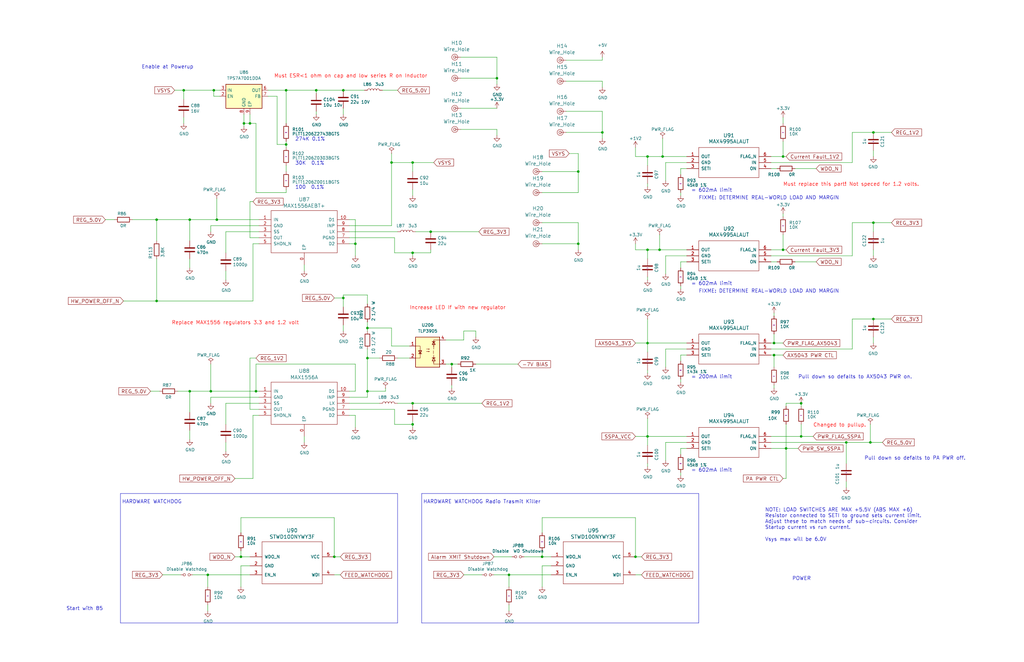
<source format=kicad_sch>
(kicad_sch (version 20230121) (generator eeschema)
  (paper "USLedger")
  (title_block (title "Radiation Tolerant PacSat Communication") (date "2023-06-17") (rev "A") (company "AMSAT-NA") (comment 1 "N5BRG"))
  (junction (at 181.61 97.79))
  (junction (at 228.6 234.95))
  (junction (at 101.6 234.95))
  (junction (at 140.97 234.95))
  (junction (at 326.39 144.78))
  (junction (at 254 55.88))
  (junction (at 279.4 66.04))
  (junction (at 173.99 106.68))
  (junction (at 77.47 38.1))
  (junction (at 278.13 105.41))
  (junction (at 66.04 127))
  (junction (at 80.01 165.1))
  (junction (at 267.97 234.95))
  (junction (at 273.05 184.15))
  (junction (at 154.94 151.13))
  (junction (at 144.78 38.1))
  (junction (at 368.3 134.62))
  (junction (at 88.9 165.1))
  (junction (at 243.84 72.39))
  (junction (at 337.82 170.18))
  (junction (at 120.65 60.96))
  (junction (at 102.87 52.07))
  (junction (at 90.17 38.1))
  (junction (at 144.78 125.73))
  (junction (at 149.86 102.87))
  (junction (at 154.94 138.43))
  (junction (at 330.2 105.41))
  (junction (at 214.63 242.57))
  (junction (at 105.41 52.07))
  (junction (at 154.94 165.1))
  (junction (at 165.1 68.58))
  (junction (at 173.99 179.07))
  (junction (at 337.82 184.15))
  (junction (at 356.87 186.69))
  (junction (at 133.35 38.1))
  (junction (at 120.65 38.1))
  (junction (at 330.2 66.04))
  (junction (at 87.63 242.57))
  (junction (at 80.01 92.71))
  (junction (at 368.3 55.88))
  (junction (at 107.95 165.1))
  (junction (at 91.44 92.71))
  (junction (at 173.99 170.18))
  (junction (at 243.84 102.87))
  (junction (at 173.99 68.58))
  (junction (at 273.05 105.41))
  (junction (at 326.39 149.86))
  (junction (at 209.55 33.02))
  (junction (at 66.04 92.71))
  (junction (at 273.05 66.04))
  (junction (at 331.47 189.23))
  (junction (at 367.03 186.69))
  (junction (at 368.3 93.98))
  (junction (at 273.05 144.78))
  (junction (at 190.5 153.67))
  (wire (pts (xy 287.02 81.28) (xy 287.02 82.55)))
  (wire (pts (xy 273.05 176.53) (xy 273.05 184.15)))
  (wire (pts (xy 147.32 172.72) (xy 166.37 172.72)))
  (wire (pts (xy 220.98 234.95) (xy 228.6 234.95)))
  (wire (pts (xy 194.31 54.61) (xy 209.55 54.61)))
  (wire (pts (xy 330.2 66.04) (xy 331.47 66.04)))
  (wire (pts (xy 273.05 156.21) (xy 273.05 157.48)))
  (wire (pts (xy 195.58 143.51) (xy 195.58 139.7)))
  (wire (pts (xy 243.84 64.77) (xy 240.03 64.77)))
  (polyline (pts (xy 50.8 208.28) (xy 167.64 208.28)))
  (wire (pts (xy 107.95 81.28) (xy 120.65 81.28)))
  (wire (pts (xy 95.25 97.79) (xy 95.25 106.68)))
  (wire (pts (xy 200.66 139.7) (xy 200.66 142.24)))
  (wire (pts (xy 359.41 107.95) (xy 359.41 93.98)))
  (wire (pts (xy 120.65 60.96) (xy 120.65 62.23)))
  (wire (pts (xy 359.41 68.58) (xy 359.41 55.88)))
  (wire (pts (xy 166.37 172.72) (xy 166.37 179.07)))
  (wire (pts (xy 66.04 109.22) (xy 66.04 127)))
  (polyline (pts (xy 167.64 262.89) (xy 50.8 262.89)))
  (wire (pts (xy 190.5 153.67) (xy 193.04 153.67)))
  (wire (pts (xy 105.41 100.33) (xy 109.22 100.33)))
  (wire (pts (xy 359.41 134.62) (xy 359.41 147.32)))
  (wire (pts (xy 273.05 184.15) (xy 289.56 184.15)))
  (wire (pts (xy 330.2 49.53) (xy 330.2 52.07)))
  (wire (pts (xy 368.3 93.98) (xy 375.92 93.98)))
  (wire (pts (xy 190.5 153.67) (xy 190.5 154.94)))
  (wire (pts (xy 95.25 114.3) (xy 95.25 118.11)))
  (polyline (pts (xy 294.64 262.89) (xy 177.8 262.89)))
  (wire (pts (xy 172.72 146.05) (xy 165.1 146.05)))
  (wire (pts (xy 144.78 38.1) (xy 153.67 38.1)))
  (wire (pts (xy 330.2 201.93) (xy 331.47 201.93)))
  (wire (pts (xy 77.47 49.53) (xy 77.47 52.07)))
  (wire (pts (xy 228.6 234.95) (xy 232.41 234.95)))
  (wire (pts (xy 144.78 124.46) (xy 144.78 125.73)))
  (wire (pts (xy 337.82 170.18) (xy 337.82 171.45)))
  (wire (pts (xy 116.84 60.96) (xy 120.65 60.96)))
  (wire (pts (xy 287.02 152.4) (xy 287.02 149.86)))
  (wire (pts (xy 81.28 242.57) (xy 87.63 242.57)))
  (wire (pts (xy 116.84 40.64) (xy 116.84 60.96)))
  (wire (pts (xy 147.32 165.1) (xy 149.86 165.1)))
  (wire (pts (xy 331.47 179.07) (xy 331.47 189.23)))
  (wire (pts (xy 99.06 234.95) (xy 101.6 234.95)))
  (wire (pts (xy 279.4 66.04) (xy 289.56 66.04)))
  (wire (pts (xy 105.41 238.76) (xy 101.6 238.76)))
  (wire (pts (xy 335.28 71.12) (xy 344.17 71.12)))
  (wire (pts (xy 120.65 69.85) (xy 120.65 72.39)))
  (wire (pts (xy 101.6 234.95) (xy 105.41 234.95)))
  (wire (pts (xy 181.61 106.68) (xy 173.99 106.68)))
  (wire (pts (xy 109.22 97.79) (xy 95.25 97.79)))
  (wire (pts (xy 209.55 54.61) (xy 209.55 57.15)))
  (wire (pts (xy 368.3 66.04) (xy 368.3 63.5)))
  (wire (pts (xy 140.97 234.95) (xy 143.51 234.95)))
  (wire (pts (xy 44.45 92.71) (xy 48.26 92.71)))
  (wire (pts (xy 109.22 175.26) (xy 106.68 175.26)))
  (wire (pts (xy 368.3 105.41) (xy 368.3 107.95)))
  (wire (pts (xy 273.05 109.22) (xy 273.05 105.41)))
  (wire (pts (xy 254 46.99) (xy 254 55.88)))
  (wire (pts (xy 90.17 40.64) (xy 92.71 40.64)))
  (wire (pts (xy 356.87 186.69) (xy 367.03 186.69)))
  (wire (pts (xy 325.12 66.04) (xy 330.2 66.04)))
  (wire (pts (xy 337.82 184.15) (xy 342.9 184.15)))
  (wire (pts (xy 287.02 191.77) (xy 287.02 189.23)))
  (wire (pts (xy 106.68 201.93) (xy 106.68 175.26)))
  (wire (pts (xy 105.41 48.26) (xy 105.41 52.07)))
  (wire (pts (xy 167.64 151.13) (xy 172.72 151.13)))
  (wire (pts (xy 173.99 80.01) (xy 173.99 82.55)))
  (wire (pts (xy 267.97 62.23) (xy 267.97 66.04)))
  (wire (pts (xy 181.61 105.41) (xy 181.61 106.68)))
  (wire (pts (xy 113.03 40.64) (xy 116.84 40.64)))
  (wire (pts (xy 368.3 55.88) (xy 375.92 55.88)))
  (wire (pts (xy 120.65 59.69) (xy 120.65 60.96)))
  (wire (pts (xy 102.87 52.07) (xy 102.87 53.34)))
  (wire (pts (xy 190.5 162.56) (xy 190.5 163.83)))
  (wire (pts (xy 182.88 68.58) (xy 173.99 68.58)))
  (wire (pts (xy 154.94 138.43) (xy 154.94 139.7)))
  (wire (pts (xy 326.39 144.78) (xy 325.12 144.78)))
  (wire (pts (xy 273.05 148.59) (xy 273.05 144.78)))
  (wire (pts (xy 107.95 81.28) (xy 107.95 52.07)))
  (wire (pts (xy 278.13 105.41) (xy 289.56 105.41)))
  (wire (pts (xy 109.22 167.64) (xy 88.9 167.64)))
  (wire (pts (xy 273.05 134.62) (xy 273.05 144.78)))
  (wire (pts (xy 77.47 38.1) (xy 90.17 38.1)))
  (wire (pts (xy 149.86 102.87) (xy 149.86 107.95)))
  (wire (pts (xy 208.28 242.57) (xy 214.63 242.57)))
  (wire (pts (xy 144.78 124.46) (xy 154.94 124.46)))
  (wire (pts (xy 133.35 46.99) (xy 133.35 48.26)))
  (wire (pts (xy 287.02 199.39) (xy 287.02 200.66)))
  (wire (pts (xy 200.66 153.67) (xy 218.44 153.67)))
  (wire (pts (xy 273.05 69.85) (xy 273.05 66.04)))
  (wire (pts (xy 77.47 41.91) (xy 77.47 38.1)))
  (wire (pts (xy 331.47 170.18) (xy 331.47 171.45)))
  (wire (pts (xy 243.84 102.87) (xy 243.84 105.41)))
  (wire (pts (xy 326.39 132.08) (xy 326.39 133.35)))
  (wire (pts (xy 101.6 218.44) (xy 140.97 218.44)))
  (wire (pts (xy 368.3 134.62) (xy 375.92 134.62)))
  (polyline (pts (xy 177.8 208.28) (xy 294.64 208.28)))
  (wire (pts (xy 330.2 66.04) (xy 330.2 59.69)))
  (wire (pts (xy 95.25 186.69) (xy 95.25 190.5)))
  (wire (pts (xy 325.12 184.15) (xy 337.82 184.15)))
  (wire (pts (xy 173.99 72.39) (xy 173.99 68.58)))
  (wire (pts (xy 273.05 195.58) (xy 273.05 196.85)))
  (wire (pts (xy 149.86 92.71) (xy 149.86 102.87)))
  (wire (pts (xy 80.01 165.1) (xy 88.9 165.1)))
  (wire (pts (xy 187.96 143.51) (xy 195.58 143.51)))
  (wire (pts (xy 326.39 149.86) (xy 326.39 154.94)))
  (wire (pts (xy 173.99 179.07) (xy 173.99 180.34)))
  (wire (pts (xy 106.68 102.87) (xy 109.22 102.87)))
  (wire (pts (xy 356.87 195.58) (xy 356.87 186.69)))
  (wire (pts (xy 66.04 92.71) (xy 66.04 101.6)))
  (wire (pts (xy 273.05 144.78) (xy 289.56 144.78)))
  (wire (pts (xy 80.01 92.71) (xy 80.01 101.6)))
  (wire (pts (xy 287.02 160.02) (xy 287.02 161.29)))
  (wire (pts (xy 144.78 137.16) (xy 144.78 139.7)))
  (wire (pts (xy 287.02 73.66) (xy 287.02 71.12)))
  (wire (pts (xy 165.1 95.25) (xy 165.1 68.58)))
  (wire (pts (xy 95.25 170.18) (xy 95.25 179.07)))
  (wire (pts (xy 162.56 163.83) (xy 162.56 165.1)))
  (wire (pts (xy 161.29 38.1) (xy 167.64 38.1)))
  (wire (pts (xy 154.94 151.13) (xy 160.02 151.13)))
  (wire (pts (xy 133.35 39.37) (xy 133.35 38.1)))
  (wire (pts (xy 76.2 242.57) (xy 68.58 242.57)))
  (wire (pts (xy 88.9 165.1) (xy 107.95 165.1)))
  (wire (pts (xy 326.39 162.56) (xy 326.39 163.83)))
  (wire (pts (xy 147.32 102.87) (xy 149.86 102.87)))
  (wire (pts (xy 87.63 255.27) (xy 87.63 257.81)))
  (wire (pts (xy 267.97 66.04) (xy 273.05 66.04)))
  (wire (pts (xy 209.55 24.13) (xy 209.55 33.02)))
  (wire (pts (xy 267.97 218.44) (xy 267.97 234.95)))
  (wire (pts (xy 105.41 151.13) (xy 107.95 151.13)))
  (wire (pts (xy 331.47 189.23) (xy 336.55 189.23)))
  (wire (pts (xy 187.96 153.67) (xy 190.5 153.67)))
  (wire (pts (xy 287.02 110.49) (xy 289.56 110.49)))
  (wire (pts (xy 133.35 38.1) (xy 144.78 38.1)))
  (wire (pts (xy 105.41 52.07) (xy 107.95 52.07)))
  (wire (pts (xy 120.65 80.01) (xy 120.65 81.28)))
  (wire (pts (xy 368.3 144.78) (xy 368.3 142.24)))
  (wire (pts (xy 154.94 151.13) (xy 154.94 165.1)))
  (wire (pts (xy 102.87 48.26) (xy 102.87 52.07)))
  (wire (pts (xy 167.64 170.18) (xy 173.99 170.18)))
  (wire (pts (xy 113.03 38.1) (xy 120.65 38.1)))
  (wire (pts (xy 165.1 138.43) (xy 154.94 138.43)))
  (wire (pts (xy 330.2 105.41) (xy 331.47 105.41)))
  (wire (pts (xy 107.95 153.67) (xy 107.95 165.1)))
  (wire (pts (xy 144.78 45.72) (xy 144.78 48.26)))
  (wire (pts (xy 289.56 68.58) (xy 280.67 68.58)))
  (wire (pts (xy 273.05 105.41) (xy 278.13 105.41)))
  (wire (pts (xy 128.27 184.15) (xy 128.27 186.69)))
  (wire (pts (xy 173.99 177.8) (xy 173.99 179.07)))
  (wire (pts (xy 106.68 127) (xy 106.68 102.87)))
  (wire (pts (xy 267.97 184.15) (xy 273.05 184.15)))
  (wire (pts (xy 149.86 175.26) (xy 149.86 180.34)))
  (wire (pts (xy 238.76 55.88) (xy 254 55.88)))
  (wire (pts (xy 228.6 238.76) (xy 228.6 247.65)))
  (wire (pts (xy 80.01 109.22) (xy 80.01 113.03)))
  (wire (pts (xy 74.93 165.1) (xy 80.01 165.1)))
  (wire (pts (xy 287.02 71.12) (xy 289.56 71.12)))
  (wire (pts (xy 175.26 97.79) (xy 181.61 97.79)))
  (wire (pts (xy 209.55 33.02) (xy 209.55 35.56)))
  (wire (pts (xy 359.41 93.98) (xy 368.3 93.98)))
  (wire (pts (xy 88.9 95.25) (xy 88.9 97.79)))
  (wire (pts (xy 254 34.29) (xy 254 36.83)))
  (wire (pts (xy 368.3 93.98) (xy 368.3 97.79)))
  (wire (pts (xy 173.99 106.68) (xy 173.99 107.95)))
  (wire (pts (xy 147.32 97.79) (xy 167.64 97.79)))
  (wire (pts (xy 238.76 25.4) (xy 254 25.4)))
  (wire (pts (xy 287.02 120.65) (xy 287.02 121.92)))
  (wire (pts (xy 273.05 66.04) (xy 279.4 66.04)))
  (wire (pts (xy 228.6 224.79) (xy 228.6 218.44)))
  (wire (pts (xy 367.03 186.69) (xy 372.11 186.69)))
  (wire (pts (xy 254 55.88) (xy 254 58.42)))
  (wire (pts (xy 287.02 189.23) (xy 289.56 189.23)))
  (wire (pts (xy 330.2 105.41) (xy 330.2 99.06)))
  (wire (pts (xy 243.84 72.39) (xy 243.84 81.28)))
  (wire (pts (xy 267.97 234.95) (xy 270.51 234.95)))
  (polyline (pts (xy 50.8 262.89) (xy 50.8 208.28)))
  (wire (pts (xy 243.84 93.98) (xy 243.84 102.87)))
  (wire (pts (xy 228.6 93.98) (xy 243.84 93.98)))
  (wire (pts (xy 90.17 38.1) (xy 90.17 40.64)))
  (wire (pts (xy 359.41 147.32) (xy 325.12 147.32)))
  (wire (pts (xy 87.63 242.57) (xy 87.63 247.65)))
  (wire (pts (xy 105.41 85.09) (xy 106.68 85.09)))
  (wire (pts (xy 273.05 187.96) (xy 273.05 184.15)))
  (wire (pts (xy 109.22 170.18) (xy 95.25 170.18)))
  (wire (pts (xy 166.37 106.68) (xy 173.99 106.68)))
  (wire (pts (xy 214.63 255.27) (xy 214.63 257.81)))
  (wire (pts (xy 80.01 92.71) (xy 91.44 92.71)))
  (wire (pts (xy 228.6 102.87) (xy 243.84 102.87)))
  (wire (pts (xy 140.97 242.57) (xy 143.51 242.57)))
  (wire (pts (xy 325.12 149.86) (xy 326.39 149.86)))
  (wire (pts (xy 194.31 45.72) (xy 209.55 45.72)))
  (wire (pts (xy 238.76 46.99) (xy 254 46.99)))
  (wire (pts (xy 91.44 92.71) (xy 109.22 92.71)))
  (wire (pts (xy 325.12 71.12) (xy 327.66 71.12)))
  (wire (pts (xy 105.41 85.09) (xy 105.41 100.33)))
  (wire (pts (xy 147.32 95.25) (xy 165.1 95.25)))
  (wire (pts (xy 154.94 147.32) (xy 154.94 151.13)))
  (wire (pts (xy 335.28 110.49) (xy 344.17 110.49)))
  (wire (pts (xy 267.97 144.78) (xy 273.05 144.78)))
  (wire (pts (xy 147.32 170.18) (xy 160.02 170.18)))
  (wire (pts (xy 267.97 105.41) (xy 273.05 105.41)))
  (wire (pts (xy 367.03 179.07) (xy 367.03 186.69)))
  (wire (pts (xy 88.9 153.67) (xy 88.9 165.1)))
  (wire (pts (xy 214.63 242.57) (xy 232.41 242.57)))
  (wire (pts (xy 66.04 92.71) (xy 80.01 92.71)))
  (wire (pts (xy 325.12 105.41) (xy 330.2 105.41)))
  (wire (pts (xy 166.37 100.33) (xy 166.37 106.68)))
  (wire (pts (xy 120.65 38.1) (xy 120.65 52.07)))
  (wire (pts (xy 273.05 77.47) (xy 273.05 78.74)))
  (wire (pts (xy 88.9 167.64) (xy 88.9 170.18)))
  (wire (pts (xy 330.2 90.17) (xy 330.2 91.44)))
  (wire (pts (xy 109.22 95.25) (xy 88.9 95.25)))
  (wire (pts (xy 280.67 147.32) (xy 280.67 154.94)))
  (wire (pts (xy 331.47 189.23) (xy 331.47 201.93)))
  (wire (pts (xy 289.56 107.95) (xy 280.67 107.95)))
  (wire (pts (xy 267.97 102.87) (xy 267.97 105.41)))
  (wire (pts (xy 228.6 81.28) (xy 243.84 81.28)))
  (wire (pts (xy 165.1 68.58) (xy 173.99 68.58)))
  (wire (pts (xy 330.2 149.86) (xy 326.39 149.86)))
  (wire (pts (xy 154.94 165.1) (xy 154.94 167.64)))
  (wire (pts (xy 359.41 134.62) (xy 368.3 134.62)))
  (wire (pts (xy 105.41 172.72) (xy 105.41 151.13)))
  (wire (pts (xy 90.17 38.1) (xy 92.71 38.1)))
  (wire (pts (xy 325.12 110.49) (xy 327.66 110.49)))
  (polyline (pts (xy 167.64 208.28) (xy 167.64 262.89)))
  (wire (pts (xy 254 24.13) (xy 254 25.4)))
  (wire (pts (xy 289.56 186.69) (xy 280.67 186.69)))
  (wire (pts (xy 273.05 116.84) (xy 273.05 118.11)))
  (wire (pts (xy 287.02 149.86) (xy 289.56 149.86)))
  (wire (pts (xy 232.41 238.76) (xy 228.6 238.76)))
  (wire (pts (xy 52.07 127) (xy 66.04 127)))
  (wire (pts (xy 154.94 135.89) (xy 154.94 138.43)))
  (wire (pts (xy 101.6 232.41) (xy 101.6 234.95)))
  (wire (pts (xy 326.39 140.97) (xy 326.39 144.78)))
  (wire (pts (xy 87.63 242.57) (xy 105.41 242.57)))
  (wire (pts (xy 194.31 24.13) (xy 209.55 24.13)))
  (wire (pts (xy 337.82 170.18) (xy 331.47 170.18)))
  (wire (pts (xy 147.32 92.71) (xy 149.86 92.71)))
  (wire (pts (xy 120.65 38.1) (xy 133.35 38.1)))
  (wire (pts (xy 109.22 172.72) (xy 105.41 172.72)))
  (polyline (pts (xy 177.8 262.89) (xy 177.8 208.28)))
  (wire (pts (xy 195.58 139.7) (xy 200.66 139.7)))
  (wire (pts (xy 325.12 186.69) (xy 356.87 186.69)))
  (wire (pts (xy 359.41 55.88) (xy 368.3 55.88)))
  (wire (pts (xy 166.37 179.07) (xy 173.99 179.07)))
  (wire (pts (xy 165.1 146.05) (xy 165.1 138.43)))
  (wire (pts (xy 289.56 147.32) (xy 280.67 147.32)))
  (wire (pts (xy 243.84 64.77) (xy 243.84 72.39)))
  (wire (pts (xy 101.6 224.79) (xy 101.6 218.44)))
  (wire (pts (xy 214.63 242.57) (xy 214.63 247.65)))
  (wire (pts (xy 356.87 205.74) (xy 356.87 203.2)))
  (wire (pts (xy 325.12 107.95) (xy 359.41 107.95)))
  (wire (pts (xy 144.78 125.73) (xy 140.97 125.73)))
  (wire (pts (xy 267.97 242.57) (xy 270.51 242.57)))
  (wire (pts (xy 66.04 127) (xy 106.68 127)))
  (wire (pts (xy 173.99 170.18) (xy 203.2 170.18)))
  (wire (pts (xy 147.32 167.64) (xy 154.94 167.64)))
  (wire (pts (xy 102.87 52.07) (xy 105.41 52.07)))
  (wire (pts (xy 330.2 144.78) (xy 326.39 144.78)))
  (wire (pts (xy 287.02 113.03) (xy 287.02 110.49)))
  (wire (pts (xy 154.94 124.46) (xy 154.94 128.27)))
  (wire (pts (xy 325.12 189.23) (xy 331.47 189.23)))
  (wire (pts (xy 337.82 179.07) (xy 337.82 184.15)))
  (wire (pts (xy 80.01 165.1) (xy 80.01 173.99)))
  (wire (pts (xy 165.1 64.77) (xy 165.1 68.58)))
  (wire (pts (xy 147.32 175.26) (xy 149.86 175.26)))
  (wire (pts (xy 228.6 218.44) (xy 267.97 218.44)))
  (wire (pts (xy 149.86 153.67) (xy 107.95 153.67)))
  (wire (pts (xy 128.27 111.76) (xy 128.27 114.3)))
  (wire (pts (xy 278.13 99.06) (xy 278.13 105.41)))
  (wire (pts (xy 144.78 129.54) (xy 144.78 125.73)))
  (wire (pts (xy 280.67 186.69) (xy 280.67 194.31)))
  (wire (pts (xy 280.67 68.58) (xy 280.67 76.2)))
  (wire (pts (xy 228.6 232.41) (xy 228.6 234.95)))
  (wire (pts (xy 55.88 92.71) (xy 66.04 92.71)))
  (wire (pts (xy 149.86 165.1) (xy 149.86 153.67)))
  (wire (pts (xy 91.44 83.82) (xy 91.44 92.71)))
  (wire (pts (xy 101.6 238.76) (xy 101.6 247.65)))
  (wire (pts (xy 279.4 58.42) (xy 279.4 66.04)))
  (wire (pts (xy 325.12 68.58) (xy 359.41 68.58)))
  (wire (pts (xy 147.32 100.33) (xy 166.37 100.33)))
  (wire (pts (xy 77.47 38.1) (xy 73.66 38.1)))
  (wire (pts (xy 228.6 72.39) (xy 243.84 72.39)))
  (wire (pts (xy 63.5 165.1) (xy 67.31 165.1)))
  (wire (pts (xy 194.31 33.02) (xy 209.55 33.02)))
  (wire (pts (xy 107.95 165.1) (xy 109.22 165.1)))
  (wire (pts (xy 208.28 234.95) (xy 215.9 234.95)))
  (wire (pts (xy 181.61 97.79) (xy 201.93 97.79)))
  (polyline (pts (xy 294.64 208.28) (xy 294.64 262.89)))
  (wire (pts (xy 140.97 218.44) (xy 140.97 234.95)))
  (wire (pts (xy 80.01 181.61) (xy 80.01 185.42)))
  (wire (pts (xy 154.94 165.1) (xy 162.56 165.1)))
  (wire (pts (xy 99.06 201.93) (xy 106.68 201.93)))
  (wire (pts (xy 280.67 107.95) (xy 280.67 115.57)))
  (wire (pts (xy 238.76 34.29) (xy 254 34.29)))
  (wire (pts (xy 203.2 242.57) (xy 195.58 242.57)))
  (text "Replace MAX1556 regulators 3.3 and 1.2 volt\n" (at 72.39 137.16 0) (effects (font (size 1.524 1.524)) (justify left bottom)))
  (text "Increase LED If with new regulator" (at 172.72 130.81 0) (effects (font (size 1.524 1.524)) (justify left bottom)))
  (text "= 200mA limit" (at 291.465 160.02 0) (effects (font (size 1.524 1.524)) (justify left bottom)))
  (text "FIXME: DETERMINE REAL-WORLD LOAD AND MARGIN" (at 294.64 84.455 0) (effects (font (size 1.524 1.524)) (justify left bottom)))
  (text "Must replace this part! Not speced for 1.2 volts." (at 330.2 78.74 0) (effects (font (size 1.524 1.524)) (justify left bottom)))
  (text "Must ESR<1 ohm on cap and low series R on Inductor" (at 115.57 33.02 0) (effects (font (size 1.524 1.524)) (justify left bottom)))
  (text "Start with 85" (at 27.94 257.81 0) (effects (font (size 1.524 1.524)) (justify left bottom)))
  (text "30K  0.1%" (at 124.46 69.85 0) (effects (font (size 1.524 1.524)) (justify left bottom)))
  (text "Changed to pullup." (at 342.9 180.34 0) (effects (font (size 1.524 1.524)) (justify left bottom)))
  (text "274K 0.1%" (at 124.46 59.69 0) (effects (font (size 1.524 1.524)) (justify left bottom)))
  (text "NOTE: LOAD SWITCHES ARE MAX +5.5V (ABS MAX +6)\nResistor connected to SETI to ground sets current limit.\nAdjust these to match needs of sub-circuits. Consider\nStartup current vs run current.\n" (at 322.58 223.52 0) (effects (font (size 1.524 1.524)) (justify left bottom)))
  (text "HARDWARE WATCHDOG" (at 51.435 212.725 0) (effects (font (size 1.524 1.524)) (justify left bottom)))
  (text "100  0.1%" (at 124.46 80.01 0) (effects (font (size 1.524 1.524)) (justify left bottom)))
  (text "FIXME: DETERMINE REAL-WORLD LOAD AND MARGIN" (at 294.64 123.825 0) (effects (font (size 1.524 1.524)) (justify left bottom)))
  (text "Vsys max will be 6.0V" (at 322.58 228.6 0) (effects (font (size 1.524 1.524)) (justify left bottom)))
  (text "HARDWARE WATCHDOG Radio Trasmit Killer" (at 178.435 212.725 0) (effects (font (size 1.524 1.524)) (justify left bottom)))
  (text "= 602mA limit" (at 291.465 120.65 0) (effects (font (size 1.524 1.524)) (justify left bottom)))
  (text "Pull down so defalts to AX5043 PWR on." (at 336.55 160.02 0) (effects (font (size 1.524 1.524)) (justify left bottom)))
  (text "Enable at Powerup" (at 59.69 29.21 0) (effects (font (size 1.524 1.524)) (justify left bottom)))
  (text "Pull down so defalts to PA PWR off." (at 364.49 194.31 0) (effects (font (size 1.524 1.524)) (justify left bottom)))
  (text "= 602mA limit" (at 291.465 81.28 0) (effects (font (size 1.524 1.524)) (justify left bottom)))
  (text "POWER" (at 334.01 245.11 0) (effects (font (size 1.524 1.524)) (justify left bottom)))
  (text "= 602mA limit" (at 291.465 199.39 0) (effects (font (size 1.524 1.524)) (justify left bottom)))
  (global_label "HW_POWER_OFF_N" (shape input) (at 99.06 201.93 180) (effects (font (size 1.524 1.524))) (property "Intersheetrefs" "${INTERSHEET_REFS}" (effects hide)))
  (global_label "HW_POWER_OFF_N" (shape input) (at 52.07 127 180) (effects (font (size 1.524 1.524))) (property "Intersheetrefs" "${INTERSHEET_REFS}" (effects hide)))
  (global_label "PWR_FLAG_AX5043" (shape input) (at 330.2 144.78 0) (effects (font (size 1.524 1.524))) (property "Intersheetrefs" "${INTERSHEET_REFS}" (effects hide)))
  (global_label "-7V BIAS" (shape input) (at 218.44 153.67 0) (effects (font (size 1.524 1.524))) (property "Intersheetrefs" "${INTERSHEET_REFS}" (effects hide)))
  (global_label "VSYS" (shape input) (at 182.88 68.58 0) (effects (font (size 1.524 1.524))) (property "Intersheetrefs" "${INTERSHEET_REFS}" (effects hide)))
  (global_label "WDO_N" (shape input) (at 344.17 110.49 0) (effects (font (size 1.524 1.524))) (property "Intersheetrefs" "${INTERSHEET_REFS}" (effects hide)))
  (global_label "REG_5.0V" (shape input) (at 63.5 165.1 180) (effects (font (size 1.524 1.524))) (property "Intersheetrefs" "${INTERSHEET_REFS}" (effects hide)))
  (global_label "WDO_N" (shape input) (at 99.06 234.95 180) (effects (font (size 1.524 1.524))) (property "Intersheetrefs" "${INTERSHEET_REFS}" (effects hide)))
  (global_label "REG_3V3" (shape input) (at 270.51 234.95 0) (effects (font (size 1.524 1.524))) (property "Intersheetrefs" "${INTERSHEET_REFS}" (effects hide)))
  (global_label "REG_3V3" (shape input) (at 68.58 242.57 180) (effects (font (size 1.524 1.524))) (property "Intersheetrefs" "${INTERSHEET_REFS}" (effects hide)))
  (global_label "PWR_SW_SSPA" (shape input) (at 336.55 189.23 0) (effects (font (size 1.524 1.524))) (property "Intersheetrefs" "${INTERSHEET_REFS}" (effects hide)))
  (global_label "REG_1V2" (shape input) (at 107.95 151.13 0) (effects (font (size 1.524 1.524))) (property "Intersheetrefs" "${INTERSHEET_REFS}" (effects hide)))
  (global_label "REG_3V3" (shape input) (at 201.93 97.79 0) (effects (font (size 1.524 1.524))) (property "Intersheetrefs" "${INTERSHEET_REFS}" (effects hide)))
  (global_label "WDO_N" (shape input) (at 344.17 71.12 0) (effects (font (size 1.524 1.524))) (property "Intersheetrefs" "${INTERSHEET_REFS}" (effects hide)))
  (global_label "REG_1V2" (shape input) (at 203.2 170.18 0) (effects (font (size 1.524 1.524))) (property "Intersheetrefs" "${INTERSHEET_REFS}" (effects hide)))
  (global_label "Current Fault_1V2" (shape input) (at 331.47 66.04 0) (effects (font (size 1.524 1.524))) (property "Intersheetrefs" "${INTERSHEET_REFS}" (effects hide)))
  (global_label "SSPA_VCC" (shape input) (at 267.97 184.15 180) (effects (font (size 1.524 1.524))) (property "Intersheetrefs" "${INTERSHEET_REFS}" (effects hide)))
  (global_label "FEED_WATCHDOG" (shape input) (at 270.51 242.57 0) (effects (font (size 1.524 1.524))) (property "Intersheetrefs" "${INTERSHEET_REFS}" (effects hide)))
  (global_label "REG_3V3" (shape input) (at 143.51 234.95 0) (effects (font (size 1.524 1.524))) (property "Intersheetrefs" "${INTERSHEET_REFS}" (effects hide)))
  (global_label "PWR_FLAG_SSPA" (shape input) (at 342.9 184.15 0) (effects (font (size 1.524 1.524))) (property "Intersheetrefs" "${INTERSHEET_REFS}" (effects hide)))
  (global_label "AX5043_3V3" (shape input) (at 267.97 144.78 180) (effects (font (size 1.524 1.524))) (property "Intersheetrefs" "${INTERSHEET_REFS}" (effects hide)))
  (global_label "REG_3V3" (shape input) (at 106.68 85.09 0) (effects (font (size 1.524 1.524))) (property "Intersheetrefs" "${INTERSHEET_REFS}" (effects hide)))
  (global_label "AX5043 PWR CTL" (shape input) (at 330.2 149.86 0) (effects (font (size 1.524 1.524))) (property "Intersheetrefs" "${INTERSHEET_REFS}" (effects hide)))
  (global_label "VSYS" (shape input) (at 73.66 38.1 180) (effects (font (size 1.524 1.524))) (property "Intersheetrefs" "${INTERSHEET_REFS}" (effects hide)))
  (global_label "Current Fault_3V3" (shape input) (at 331.47 105.41 0) (effects (font (size 1.524 1.524))) (property "Intersheetrefs" "${INTERSHEET_REFS}" (effects hide)))
  (global_label "REG_1V2" (shape input) (at 375.92 55.88 0) (effects (font (size 1.524 1.524))) (property "Intersheetrefs" "${INTERSHEET_REFS}" (effects hide)))
  (global_label "REG_3V3" (shape input) (at 375.92 134.62 0) (effects (font (size 1.524 1.524))) (property "Intersheetrefs" "${INTERSHEET_REFS}" (effects hide)))
  (global_label "REG_3V3" (shape input) (at 195.58 242.57 180) (effects (font (size 1.524 1.524))) (property "Intersheetrefs" "${INTERSHEET_REFS}" (effects hide)))
  (global_label "FEED_WATCHDOG" (shape input) (at 143.51 242.57 0) (effects (font (size 1.524 1.524))) (property "Intersheetrefs" "${INTERSHEET_REFS}" (effects hide)))
  (global_label "REG_5.0V" (shape input) (at 140.97 125.73 180) (effects (font (size 1.524 1.524))) (property "Intersheetrefs" "${INTERSHEET_REFS}" (effects hide)))
  (global_label "REG_3V3" (shape input) (at 375.92 93.98 0) (effects (font (size 1.524 1.524))) (property "Intersheetrefs" "${INTERSHEET_REFS}" (effects hide)))
  (global_label "REG_5.0V" (shape input) (at 44.45 92.71 180) (effects (font (size 1.524 1.524))) (property "Intersheetrefs" "${INTERSHEET_REFS}" (effects hide)))
  (global_label "VSYS" (shape input) (at 240.03 64.77 180) (effects (font (size 1.524 1.524))) (property "Intersheetrefs" "${INTERSHEET_REFS}" (effects hide)))
  (global_label "PA PWR CTL" (shape input) (at 330.2 201.93 180) (effects (font (size 1.524 1.524))) (property "Intersheetrefs" "${INTERSHEET_REFS}" (effects hide)))
  (global_label "Alarm XMIT Shutdown" (shape input) (at 208.28 234.95 180) (effects (font (size 1.524 1.524))) (property "Intersheetrefs" "${INTERSHEET_REFS}" (effects hide)))
  (global_label "REG_5.0V" (shape input) (at 372.11 186.69 0) (effects (font (size 1.524 1.524))) (property "Intersheetrefs" "${INTERSHEET_REFS}" (effects hide)))
  (global_label "REG_5.0V" (shape input) (at 167.64 38.1 0) (effects (font (size 1.524 1.524))) (property "Intersheetrefs" "${INTERSHEET_REFS}" (effects hide)))
  (symbol (lib_id "Device:L") (at 171.45 97.79 90) (unit 1)
    (property "Reference" "L87" (at 168.91 95.25 90))
    (property "Value" "3u3" (at 173.99 95.25 90))
    (property "Footprint" "Inductor_SMD:L_1210_3225Metric_Pad1.42x2.65mm_HandSolder" (effects hide))
  )
  (symbol (lib_id "Device:C") (at 181.61 101.6 0) (unit 1)
    (property "Reference" "C94" (at 184.531 100.4316 0) (effects (justify left)))
    (property "Value" "22u" (at 184.531 102.743 0) (effects (justify left)))
    (property "Footprint" "Capacitor_SMD:C_2220_5650Metric_Pad1.97x5.40mm_HandSolder" (effects hide))
  )
  (symbol (lib_id "Device:C") (at 80.01 105.41 0) (unit 1)
    (property "Reference" "C86" (at 82.931 104.2416 0) (effects (justify left)))
    (property "Value" "470n" (at 82.931 106.553 0) (effects (justify left)))
    (property "Footprint" "Capacitor_SMD:C_0603_1608Metric_Pad1.08x0.95mm_HandSolder" (effects hide))
  )
  (symbol (lib_id "power:GND") (at 80.01 113.03 0) (unit 1)
    (property "Reference" "#PWR088" (effects hide))
    (property "Value" "GND" (at 80.137 117.4242 0))
  )
  (symbol (lib_id "Device:C") (at 173.99 76.2 0) (unit 1)
    (property "Reference" "C92" (at 176.911 75.0316 0) (effects (justify left)))
    (property "Value" "10u" (at 176.911 77.343 0) (effects (justify left)))
    (property "Footprint" "Capacitor_SMD:C_1206_3216Metric_Pad1.33x1.80mm_HandSolder" (effects hide))
  )
  (symbol (lib_id "power:GND") (at 173.99 82.55 0) (unit 1)
    (property "Reference" "#PWR0111" (effects hide))
    (property "Value" "GND" (at 174.117 86.9442 0))
  )
  (symbol (lib_id "power:GND") (at 173.99 107.95 0) (unit 1)
    (property "Reference" "#PWR0115" (effects hide))
    (property "Value" "GND" (at 174.117 112.3442 0))
  )
  (symbol (lib_id "power:GND") (at 280.67 154.94 0) (unit 1)
    (property "Reference" "#PWR0135" (effects hide))
    (property "Value" "GND" (at 280.797 159.3342 0))
  )
  (symbol (lib_id "Device:C") (at 368.3 138.43 0) (mirror y) (unit 1)
    (property "Reference" "C123" (at 372.11 138.43 90))
    (property "Value" "1u" (at 364.49 138.43 90))
    (property "Footprint" "Capacitor_SMD:C_0805_2012Metric_Pad1.18x1.45mm_HandSolder" (effects hide))
    (property "Datasheet" "~" (at 368.3 138.43 0))
  )
  (symbol (lib_id "power:GND") (at 368.3 144.78 0) (mirror y) (unit 1)
    (property "Reference" "#PWR0190" (effects hide))
    (property "Value" "GND" (at 368.173 149.1742 0))
  )
  (symbol (lib_id "power:GND") (at 356.87 205.74 0) (mirror y) (unit 1)
    (property "Reference" "#PWR0187" (effects hide))
    (property "Value" "GND" (at 356.743 210.1342 0))
  )
  (symbol (lib_id "Device:C") (at 356.87 199.39 0) (mirror y) (unit 1)
    (property "Reference" "C101" (at 353.06 201.93 90))
    (property "Value" "1u" (at 353.06 196.85 90))
    (property "Footprint" "Capacitor_SMD:C_0805_2012Metric_Pad1.18x1.45mm_HandSolder" (effects hide))
    (property "Datasheet" "~" (at 356.87 199.39 0))
  )
  (symbol (lib_id "PACSAT_ICs:MAX1556A") (at 128.27 97.79 0) (unit 1)
    (property "Reference" "U87" (at 128.27 84.1502 0) (effects (font (size 1.524 1.524))))
    (property "Value" "MAX1556AEBT+" (at 128.27 86.8426 0) (effects (font (size 1.524 1.524))))
    (property "Footprint" "PacSatDev_maxim:TDFN_T1033_1" (effects hide))
  )
  (symbol (lib_id "Device:R") (at 52.07 92.71 90) (unit 1)
    (property "Reference" "R86" (at 53.34 90.17 90) (effects (justify left)))
    (property "Value" "0R" (at 53.34 95.25 90) (effects (justify left)))
    (property "Footprint" "Resistor_SMD:R_0603_1608Metric_Pad0.98x0.95mm_HandSolder" (effects hide))
  )
  (symbol (lib_id "Device:C") (at 95.25 110.49 0) (unit 1)
    (property "Reference" "C89" (at 98.171 109.3216 0) (effects (justify left)))
    (property "Value" "1000p" (at 98.171 111.633 0) (effects (justify left)))
    (property "Footprint" "Capacitor_SMD:C_0603_1608Metric_Pad1.08x0.95mm_HandSolder" (effects hide))
  )
  (symbol (lib_id "power:GND") (at 95.25 118.11 0) (unit 1)
    (property "Reference" "#PWR098" (effects hide))
    (property "Value" "GND" (at 95.377 122.5042 0))
  )
  (symbol (lib_id "power:GND") (at 88.9 97.79 0) (unit 1)
    (property "Reference" "#PWR096" (effects hide))
    (property "Value" "GND" (at 89.027 102.1842 0))
  )
  (symbol (lib_id "power:GND") (at 128.27 114.3 0) (unit 1)
    (property "Reference" "#PWR0108" (effects hide))
    (property "Value" "GND" (at 128.397 118.6942 0))
  )
  (symbol (lib_id "power:GND") (at 149.86 107.95 0) (unit 1)
    (property "Reference" "#PWR0113" (effects hide))
    (property "Value" "GND" (at 149.987 112.3442 0))
  )
  (symbol (lib_id "Device:L") (at 163.83 170.18 90) (unit 1)
    (property "Reference" "L88" (at 161.29 167.64 90))
    (property "Value" "3u3" (at 166.37 167.64 90))
    (property "Footprint" "Inductor_SMD:L_1210_3225Metric_Pad1.42x2.65mm_HandSolder" (effects hide))
  )
  (symbol (lib_id "Device:C") (at 173.99 173.99 0) (unit 1)
    (property "Reference" "C95" (at 176.911 172.8216 0) (effects (justify left)))
    (property "Value" "22u" (at 176.911 175.133 0) (effects (justify left)))
    (property "Footprint" "Capacitor_SMD:C_2220_5650Metric_Pad1.97x5.40mm_HandSolder" (effects hide))
  )
  (symbol (lib_id "Device:C") (at 80.01 177.8 0) (unit 1)
    (property "Reference" "C87" (at 82.931 176.6316 0) (effects (justify left)))
    (property "Value" "470n" (at 82.931 178.943 0) (effects (justify left)))
    (property "Footprint" "Capacitor_SMD:C_0603_1608Metric_Pad1.08x0.95mm_HandSolder" (effects hide))
  )
  (symbol (lib_id "power:GND") (at 80.01 185.42 0) (unit 1)
    (property "Reference" "#PWR092" (effects hide))
    (property "Value" "GND" (at 80.137 189.8142 0))
  )
  (symbol (lib_id "Device:C") (at 144.78 133.35 0) (unit 1)
    (property "Reference" "C93" (at 147.701 132.1816 0) (effects (justify left)))
    (property "Value" "10u" (at 147.701 134.493 0) (effects (justify left)))
    (property "Footprint" "Capacitor_SMD:C_2220_5650Metric_Pad1.97x5.40mm_HandSolder" (effects hide))
  )
  (symbol (lib_id "power:GND") (at 144.78 139.7 0) (unit 1)
    (property "Reference" "#PWR0112" (effects hide))
    (property "Value" "GND" (at 144.907 144.0942 0))
  )
  (symbol (lib_id "power:GND") (at 173.99 180.34 0) (unit 1)
    (property "Reference" "#PWR0116" (effects hide))
    (property "Value" "GND" (at 174.117 184.7342 0))
  )
  (symbol (lib_id "PACSAT_ICs:MAX1556A") (at 128.27 170.18 0) (unit 1)
    (property "Reference" "U88" (at 128.27 156.5402 0) (effects (font (size 1.524 1.524))))
    (property "Value" "MAX1556A" (at 128.27 159.2326 0) (effects (font (size 1.524 1.524))))
    (property "Footprint" "PacSatDev_maxim:TDFN_T1033_1" (effects hide))
  )
  (symbol (lib_id "Device:R") (at 71.12 165.1 90) (unit 1)
    (property "Reference" "R87" (at 72.39 162.56 90) (effects (justify left)))
    (property "Value" "0R" (at 72.39 167.64 90) (effects (justify left)))
    (property "Footprint" "Resistor_SMD:R_0603_1608Metric_Pad0.98x0.95mm_HandSolder" (effects hide))
  )
  (symbol (lib_id "Device:C") (at 95.25 182.88 0) (unit 1)
    (property "Reference" "C90" (at 98.171 181.7116 0) (effects (justify left)))
    (property "Value" "1000p" (at 98.171 184.023 0) (effects (justify left)))
    (property "Footprint" "Capacitor_SMD:C_0603_1608Metric_Pad1.08x0.95mm_HandSolder" (effects hide))
  )
  (symbol (lib_id "power:GND") (at 95.25 190.5 0) (unit 1)
    (property "Reference" "#PWR099" (effects hide))
    (property "Value" "GND" (at 95.377 194.8942 0))
  )
  (symbol (lib_id "power:GND") (at 88.9 170.18 0) (unit 1)
    (property "Reference" "#PWR097" (effects hide))
    (property "Value" "GND" (at 89.027 174.5742 0))
  )
  (symbol (lib_id "power:GND") (at 128.27 186.69 0) (unit 1)
    (property "Reference" "#PWR0109" (effects hide))
    (property "Value" "GND" (at 128.397 191.0842 0))
  )
  (symbol (lib_id "power:GND") (at 149.86 180.34 0) (unit 1)
    (property "Reference" "#PWR0114" (effects hide))
    (property "Value" "GND" (at 149.987 184.7342 0))
  )
  (symbol (lib_id "Device:R") (at 287.02 156.21 0) (unit 1)
    (property "Reference" "R95" (at 289.56 154.94 0) (effects (justify left)))
    (property "Value" "143k 1%" (at 289.56 156.845 0) (effects (justify left)))
    (property "Footprint" "Resistor_SMD:R_0603_1608Metric_Pad0.98x0.95mm_HandSolder" (effects hide))
    (property "Datasheet" "~" (at 287.02 156.21 0))
  )
  (symbol (lib_id "power:GND") (at 287.02 161.29 0) (unit 1)
    (property "Reference" "#PWR0139" (effects hide))
    (property "Value" "GND" (at 287.147 165.6842 0))
  )
  (symbol (lib_id "power:GND") (at 280.67 194.31 0) (unit 1)
    (property "Reference" "#PWR0136" (effects hide))
    (property "Value" "GND" (at 280.797 198.7042 0))
  )
  (symbol (lib_id "Device:R") (at 287.02 195.58 0) (unit 1)
    (property "Reference" "R96" (at 289.56 194.31 0) (effects (justify left)))
    (property "Value" "45k8 1%" (at 289.56 196.215 0) (effects (justify left)))
    (property "Footprint" "Resistor_SMD:R_0603_1608Metric_Pad0.98x0.95mm_HandSolder" (effects hide))
    (property "Datasheet" "~" (at 287.02 195.58 0))
  )
  (symbol (lib_id "power:GND") (at 287.02 200.66 0) (unit 1)
    (property "Reference" "#PWR0162" (effects hide))
    (property "Value" "GND" (at 287.147 205.0542 0))
  )
  (symbol (lib_id "Device:C") (at 273.05 152.4 0) (mirror y) (unit 1)
    (property "Reference" "C99" (at 276.86 152.4 90))
    (property "Value" "1u" (at 269.24 152.4 90))
    (property "Footprint" "Capacitor_SMD:C_0805_2012Metric_Pad1.18x1.45mm_HandSolder" (effects hide))
    (property "Datasheet" "~" (at 273.05 152.4 0))
  )
  (symbol (lib_id "power:GND") (at 273.05 157.48 0) (unit 1)
    (property "Reference" "#PWR0131" (effects hide))
    (property "Value" "GND" (at 273.177 161.8742 0))
  )
  (symbol (lib_id "Device:C") (at 273.05 191.77 0) (mirror y) (unit 1)
    (property "Reference" "C100" (at 276.86 191.77 90))
    (property "Value" "1u" (at 269.24 191.77 90))
    (property "Footprint" "Capacitor_SMD:C_0805_2012Metric_Pad1.18x1.45mm_HandSolder" (effects hide))
    (property "Datasheet" "~" (at 273.05 191.77 0))
  )
  (symbol (lib_id "power:GND") (at 273.05 196.85 0) (unit 1)
    (property "Reference" "#PWR0132" (effects hide))
    (property "Value" "GND" (at 273.177 201.2442 0))
  )
  (symbol (lib_id "power:GND") (at 280.67 115.57 0) (unit 1)
    (property "Reference" "#PWR0134" (effects hide))
    (property "Value" "GND" (at 280.797 119.9642 0))
  )
  (symbol (lib_id "Device:C") (at 368.3 101.6 0) (mirror x) (unit 1)
    (property "Reference" "C122" (at 364.49 101.6 90))
    (property "Value" "1u" (at 372.11 101.6 90))
    (property "Footprint" "Capacitor_SMD:C_0805_2012Metric_Pad1.18x1.45mm_HandSolder" (effects hide))
    (property "Datasheet" "~" (at 368.3 101.6 0))
  )
  (symbol (lib_id "power:GND") (at 368.3 107.95 0) (mirror y) (unit 1)
    (property "Reference" "#PWR0189" (effects hide))
    (property "Value" "GND" (at 368.173 112.3442 0))
  )
  (symbol (lib_id "Device:C") (at 273.05 113.03 0) (mirror y) (unit 1)
    (property "Reference" "C98" (at 276.86 113.03 90))
    (property "Value" "1u" (at 269.24 113.03 90))
    (property "Footprint" "Capacitor_SMD:C_0805_2012Metric_Pad1.18x1.45mm_HandSolder" (effects hide))
    (property "Datasheet" "~" (at 273.05 113.03 0))
  )
  (symbol (lib_id "power:GND") (at 273.05 118.11 0) (unit 1)
    (property "Reference" "#PWR0130" (effects hide))
    (property "Value" "GND" (at 273.177 122.5042 0))
  )
  (symbol (lib_id "Device:R") (at 287.02 116.84 0) (unit 1)
    (property "Reference" "R94" (at 289.56 115.57 0) (effects (justify left)))
    (property "Value" "45k8 1%" (at 289.56 117.475 0) (effects (justify left)))
    (property "Footprint" "Resistor_SMD:R_0603_1608Metric_Pad0.98x0.95mm_HandSolder" (effects hide))
    (property "Datasheet" "~" (at 287.02 116.84 0))
  )
  (symbol (lib_id "power:GND") (at 287.02 121.92 0) (unit 1)
    (property "Reference" "#PWR0138" (effects hide))
    (property "Value" "GND" (at 287.147 126.3142 0))
  )
  (symbol (lib_id "power:GND") (at 280.67 76.2 0) (unit 1)
    (property "Reference" "#PWR0133" (effects hide))
    (property "Value" "GND" (at 280.797 80.5942 0))
  )
  (symbol (lib_id "Device:C") (at 368.3 59.69 0) (mirror y) (unit 1)
    (property "Reference" "C121" (at 372.11 59.69 90))
    (property "Value" "1u" (at 364.49 59.69 90))
    (property "Footprint" "Capacitor_SMD:C_0805_2012Metric_Pad1.18x1.45mm_HandSolder" (effects hide))
    (property "Datasheet" "~" (at 368.3 59.69 0))
  )
  (symbol (lib_id "power:GND") (at 368.3 66.04 0) (mirror y) (unit 1)
    (property "Reference" "#PWR0188" (effects hide))
    (property "Value" "GND" (at 368.173 70.4342 0))
  )
  (symbol (lib_id "Device:C") (at 273.05 73.66 0) (mirror y) (unit 1)
    (property "Reference" "C97" (at 276.86 73.66 90))
    (property "Value" "1u" (at 269.24 73.66 90))
    (property "Footprint" "Capacitor_SMD:C_0805_2012Metric_Pad1.18x1.45mm_HandSolder" (effects hide))
    (property "Datasheet" "~" (at 273.05 73.66 0))
  )
  (symbol (lib_id "power:GND") (at 273.05 78.74 0) (unit 1)
    (property "Reference" "#PWR0129" (effects hide))
    (property "Value" "GND" (at 273.177 83.1342 0))
  )
  (symbol (lib_id "Device:R") (at 287.02 77.47 0) (unit 1)
    (property "Reference" "R93" (at 289.56 76.2 0) (effects (justify left)))
    (property "Value" "45k8 1%" (at 289.56 78.105 0) (effects (justify left)))
    (property "Footprint" "Resistor_SMD:R_0603_1608Metric_Pad0.98x0.95mm_HandSolder" (effects hide))
    (property "Datasheet" "~" (at 287.02 77.47 0))
  )
  (symbol (lib_id "power:GND") (at 287.02 82.55 0) (unit 1)
    (property "Reference" "#PWR0137" (effects hide))
    (property "Value" "GND" (at 287.147 86.9442 0))
  )
  (symbol (lib_id "PACSAT_ICs:STWD100NYWY3F") (at 123.19 238.76 0) (unit 1)
    (property "Reference" "U90" (at 123.19 223.8502 0) (effects (font (size 1.524 1.524))))
    (property "Value" "STWD100NYWY3F" (at 123.19 226.5426 0) (effects (font (size 1.524 1.524))))
    (property "Footprint" "Package_TO_SOT_SMD:SOT-23-5_HandSoldering" (effects hide))
  )
  (symbol (lib_id "power:GND") (at 101.6 247.65 0) (unit 1)
    (property "Reference" "#PWR0119" (effects hide))
    (property "Value" "GND" (at 101.727 252.0442 0))
  )
  (symbol (lib_id "Device:R") (at 101.6 228.6 0) (unit 1)
    (property "Reference" "R91" (at 104.14 227.33 0) (effects (justify left)))
    (property "Value" "10k" (at 104.14 229.235 0) (effects (justify left)))
    (property "Footprint" "Resistor_SMD:R_0603_1608Metric_Pad0.98x0.95mm_HandSolder" (effects hide))
    (property "Datasheet" "~" (at 101.6 228.6 0))
  )
  (symbol (lib_id "Device:R") (at 87.63 251.46 0) (unit 1)
    (property "Reference" "R90" (at 90.17 250.19 0) (effects (justify left)))
    (property "Value" "10k" (at 90.17 252.095 0) (effects (justify left)))
    (property "Footprint" "Resistor_SMD:R_0603_1608Metric_Pad0.98x0.95mm_HandSolder" (effects hide))
    (property "Datasheet" "~" (at 87.63 251.46 0))
  )
  (symbol (lib_id "power:GND") (at 87.63 257.81 0) (unit 1)
    (property "Reference" "#PWR0117" (effects hide))
    (property "Value" "GND" (at 87.757 262.2042 0))
  )
  (symbol (lib_id "PACSAT_DEV_misc:Jumper_NO_Small") (at 78.74 242.57 0) (unit 1)
    (property "Reference" "JP86" (at 78.74 237.871 0))
    (property "Value" "Disable Watchdog" (at 78.74 240.1824 0))
    (property "Footprint" "Jumper:SolderJumper-2_P1.3mm_Open_RoundedPad1.0x1.5mm" (effects hide))
  )
  (symbol (lib_id "Device:R") (at 331.47 71.12 90) (unit 1)
    (property "Reference" "R108" (at 328.93 73.66 90) (effects (justify left)))
    (property "Value" "0R" (at 335.28 73.66 90) (effects (justify left)))
    (property "Footprint" "Resistor_SMD:R_0603_1608Metric_Pad0.98x0.95mm_HandSolder" (effects hide))
  )
  (symbol (lib_id "Device:R") (at 331.47 110.49 90) (unit 1)
    (property "Reference" "R109" (at 328.93 113.03 90) (effects (justify left)))
    (property "Value" "0R" (at 335.28 113.03 90) (effects (justify left)))
    (property "Footprint" "Resistor_SMD:R_0603_1608Metric_Pad0.98x0.95mm_HandSolder" (effects hide))
  )
  (symbol (lib_id "Device:R") (at 326.39 158.75 0) (unit 1)
    (property "Reference" "R98" (at 328.93 157.48 0) (effects (justify left)))
    (property "Value" "10K" (at 328.93 159.385 0) (effects (justify left)))
    (property "Footprint" "Resistor_SMD:R_0603_1608Metric_Pad0.98x0.95mm_HandSolder" (effects hide))
    (property "Datasheet" "~" (at 326.39 158.75 0))
  )
  (symbol (lib_id "power:GND") (at 326.39 163.83 0) (unit 1)
    (property "Reference" "#PWR0164" (effects hide))
    (property "Value" "GND" (at 326.517 168.2242 0))
  )
  (symbol (lib_id "Device:R") (at 331.47 175.26 0) (unit 1)
    (property "Reference" "R99" (at 325.12 173.99 0) (effects (justify left)))
    (property "Value" "10K" (at 323.85 176.53 0) (effects (justify left)))
    (property "Footprint" "Resistor_SMD:R_0603_1608Metric_Pad0.98x0.95mm_HandSolder" (effects hide))
    (property "Datasheet" "~" (at 331.47 175.26 0))
  )
  (symbol (lib_id "PACSAT_DEV_misc:Jumper_NO_Small") (at 205.74 242.57 0) (unit 1)
    (property "Reference" "JP87" (at 205.74 237.871 0))
    (property "Value" "Disable Watchdog" (at 205.74 240.1824 0))
    (property "Footprint" "Jumper:SolderJumper-2_P1.3mm_Open_RoundedPad1.0x1.5mm" (effects hide))
  )
  (symbol (lib_id "power:+3.3V") (at 209.55 45.72 0) (unit 1)
    (property "Reference" "#PWR0120" (effects hide))
    (property "Value" "+3.3V" (at 209.55 41.91 0))
  )
  (symbol (lib_id "power:GND") (at 102.87 53.34 0) (unit 1)
    (property "Reference" "#PWR0100" (effects hide))
    (property "Value" "GND" (at 102.997 57.7342 0))
  )
  (symbol (lib_id "power:GND") (at 243.84 105.41 0) (unit 1)
    (property "Reference" "#PWR0148" (effects hide))
    (property "Value" "GND" (at 243.967 109.8042 0))
  )
  (symbol (lib_id "Device:L") (at 157.48 38.1 90) (unit 1)
    (property "Reference" "L86" (at 154.94 35.56 90))
    (property "Value" "3u3" (at 160.02 35.56 90))
    (property "Footprint" "Inductor_SMD:L_1210_3225Metric_Pad1.42x2.65mm_HandSolder" (effects hide))
  )
  (symbol (lib_id "power:GND") (at 209.55 35.56 0) (unit 1)
    (property "Reference" "#PWR0103" (effects hide))
    (property "Value" "GND" (at 209.677 39.9542 0))
  )
  (symbol (lib_id "Device:R") (at 66.04 105.41 180) (unit 1)
    (property "Reference" "R113" (at 63.5 104.14 90) (effects (justify left)))
    (property "Value" "3.8K" (at 68.58 104.14 90) (effects (justify left)))
    (property "Footprint" "Resistor_SMD:R_0603_1608Metric_Pad0.98x0.95mm_HandSolder" (effects hide))
  )
  (symbol (lib_id "Device:C") (at 133.35 43.18 0) (unit 1)
    (property "Reference" "C104" (at 136.271 42.0116 0) (effects (justify left)))
    (property "Value" "10u 10v" (at 136.271 44.323 0) (effects (justify left)))
    (property "Footprint" "Capacitor_SMD:C_2220_5650Metric_Pad1.97x5.40mm_HandSolder" (effects hide))
  )
  (symbol (lib_id "PACSAT_DEV_misc:CUBESAT_MOUNT_HOLE_1") (at 191.77 33.02 0) (unit 1)
    (property "Reference" "H11" (at 192.5574 27.0002 0) (effects (font (size 1.524 1.524))))
    (property "Value" "Wire_Hole" (at 192.5574 29.6926 0) (effects (font (size 1.524 1.524))))
    (property "Footprint" "PacSatDev_misc:Wire_Hole" (effects hide))
  )
  (symbol (lib_id "PACSAT_DEV_misc:CUBESAT_MOUNT_HOLE_1") (at 236.22 25.4 0) (unit 1)
    (property "Reference" "H14" (at 237.0074 19.3802 0) (effects (font (size 1.524 1.524))))
    (property "Value" "Wire_Hole" (at 237.0074 22.0726 0) (effects (font (size 1.524 1.524))))
    (property "Footprint" "PacSatDev_misc:Wire_Hole" (effects hide))
  )
  (symbol (lib_id "Device:C") (at 190.5 158.75 0) (unit 1)
    (property "Reference" "C96" (at 193.421 157.5816 0) (effects (justify left)))
    (property "Value" "10u" (at 193.421 159.893 0) (effects (justify left)))
    (property "Footprint" "Capacitor_SMD:C_0603_1608Metric_Pad1.08x0.95mm_HandSolder" (effects hide))
  )
  (symbol (lib_id "PACSAT_ICs:STWD100NYWY3F") (at 250.19 238.76 0) (unit 1)
    (property "Reference" "U95" (at 250.19 223.8502 0) (effects (font (size 1.524 1.524))))
    (property "Value" "STWD100NYWY3F" (at 250.19 226.5426 0) (effects (font (size 1.524 1.524))))
    (property "Footprint" "Package_TO_SOT_SMD:SOT-23-5_HandSoldering" (effects hide))
  )
  (symbol (lib_id "power:GND") (at 254 36.83 0) (unit 1)
    (property "Reference" "#PWR0105" (effects hide))
    (property "Value" "GND" (at 254.127 41.2242 0))
  )
  (symbol (lib_id "power:+3.3V") (at 267.97 102.87 0) (unit 1)
    (property "Reference" "#PWR0128" (effects hide))
    (property "Value" "+3.3V" (at 267.97 99.06 0))
  )
  (symbol (lib_id "power:PWR_FLAG") (at 279.4 58.42 0) (unit 1)
    (property "Reference" "#FLG0602" (effects hide))
    (property "Value" "PWR_FLAG" (at 279.4 54.61 0))
  )
  (symbol (lib_id "Device:R") (at 228.6 228.6 0) (unit 1)
    (property "Reference" "R106" (at 231.14 227.33 0) (effects (justify left)))
    (property "Value" "10k" (at 231.14 229.235 0) (effects (justify left)))
    (property "Footprint" "Resistor_SMD:R_0603_1608Metric_Pad0.98x0.95mm_HandSolder" (effects hide))
    (property "Datasheet" "~" (at 228.6 228.6 0))
  )
  (symbol (lib_id "Device:R") (at 120.65 66.04 0) (unit 1)
    (property "Reference" "R102" (at 123.19 64.77 0) (effects (justify left)))
    (property "Value" "PLTT1206Z0303BGTS" (at 123.19 66.675 0) (effects (justify left)))
    (property "Footprint" "Resistor_SMD:R_1210_3225Metric_Pad1.30x2.65mm_HandSolder" (effects hide))
    (property "Datasheet" "~" (at 120.65 66.04 0))
  )
  (symbol (lib_id "power:PWR_FLAG") (at 273.05 176.53 0) (unit 1)
    (property "Reference" "#FLG07" (effects hide))
    (property "Value" "PWR_FLAG" (at 273.05 172.72 0))
  )
  (symbol (lib_id "power:+3.3V") (at 337.82 170.18 0) (unit 1)
    (property "Reference" "#PWR0186" (effects hide))
    (property "Value" "+3.3V" (at 337.82 166.37 0))
  )
  (symbol (lib_id "Device:C") (at 144.78 41.91 0) (unit 1)
    (property "Reference" "C91" (at 147.701 40.7416 0) (effects (justify left)))
    (property "Value" "22u 10V" (at 147.701 43.053 0) (effects (justify left)))
    (property "Footprint" "Capacitor_SMD:C_2220_5650Metric_Pad1.97x5.40mm_HandSolder" (effects hide))
  )
  (symbol (lib_id "Device:R") (at 330.2 95.25 0) (unit 1)
    (property "Reference" "R107" (at 332.74 93.98 0) (effects (justify left)))
    (property "Value" "10K" (at 332.74 95.885 0) (effects (justify left)))
    (property "Footprint" "Resistor_SMD:R_0603_1608Metric_Pad0.98x0.95mm_HandSolder" (effects hide))
    (property "Datasheet" "~" (at 330.2 95.25 0))
  )
  (symbol (lib_id "PACSAT_DEV_misc:CUBESAT_MOUNT_HOLE_1") (at 191.77 54.61 0) (unit 1)
    (property "Reference" "H13" (at 192.5574 48.5902 0) (effects (font (size 1.524 1.524))))
    (property "Value" "Wire_Hole" (at 192.5574 51.2826 0) (effects (font (size 1.524 1.524))))
    (property "Footprint" "PacSatDev_misc:Wire_Hole" (effects hide))
  )
  (symbol (lib_id "PACSAT_DEV_misc:CUBESAT_MOUNT_HOLE_1") (at 236.22 55.88 0) (unit 1)
    (property "Reference" "H17" (at 237.0074 49.8602 0) (effects (font (size 1.524 1.524))))
    (property "Value" "Wire_Hole" (at 237.0074 52.5526 0) (effects (font (size 1.524 1.524))))
    (property "Footprint" "PacSatDev_misc:Wire_Hole" (effects hide))
  )
  (symbol (lib_id "power:PWR_FLAG") (at 88.9 153.67 0) (unit 1)
    (property "Reference" "#FLG086" (effects hide))
    (property "Value" "PWR_FLAG" (at 92.71 149.86 0) (effects (justify right)))
  )
  (symbol (lib_id "power:GND") (at 144.78 48.26 0) (unit 1)
    (property "Reference" "#PWR0110" (effects hide))
    (property "Value" "GND" (at 144.907 52.6542 0))
  )
  (symbol (lib_id "power:+3.3V") (at 330.2 49.53 0) (unit 1)
    (property "Reference" "#PWR0168" (effects hide))
    (property "Value" "+3.3V" (at 330.2 45.72 0))
  )
  (symbol (lib_id "power:PWR_FLAG") (at 165.1 64.77 0) (unit 1)
    (property "Reference" "#FLG088" (effects hide))
    (property "Value" "PWR_FLAG" (at 168.91 60.96 0) (effects (justify right)))
  )
  (symbol (lib_id "PACSAT_DEV_misc:CUBESAT_MOUNT_HOLE_1") (at 226.06 72.39 0) (unit 1)
    (property "Reference" "H18" (at 226.8474 66.3702 0) (effects (font (size 1.524 1.524))))
    (property "Value" "Wire_Hole" (at 226.8474 69.0626 0) (effects (font (size 1.524 1.524))))
    (property "Footprint" "PacSatDev_misc:Wire_Hole" (effects hide))
  )
  (symbol (lib_id "Regulator_Linear:TPS7A7001DDA") (at 102.87 40.64 0) (unit 1)
    (property "Reference" "U86" (at 102.87 30.48 0))
    (property "Value" "TPS7A7001DDA" (at 102.87 33.02 0))
    (property "Footprint" "Package_SO:TI_SO-PowerPAD-8" (effects hide))
    (property "Datasheet" "http://www.ti.com/lit/ds/symlink/tps7a7001.pdf" (effects hide))
  )
  (symbol (lib_id "power:+3.3V") (at 330.2 90.17 0) (unit 1)
    (property "Reference" "#PWR0185" (effects hide))
    (property "Value" "+3.3V" (at 330.2 86.36 0))
  )
  (symbol (lib_id "Device:R") (at 326.39 137.16 0) (unit 1)
    (property "Reference" "R97" (at 328.93 135.89 0) (effects (justify left)))
    (property "Value" "10K" (at 328.93 137.795 0) (effects (justify left)))
    (property "Footprint" "Resistor_SMD:R_0603_1608Metric_Pad0.98x0.95mm_HandSolder" (effects hide))
    (property "Datasheet" "~" (at 326.39 137.16 0))
  )
  (symbol (lib_id "Device:R") (at 330.2 55.88 0) (unit 1)
    (property "Reference" "R100" (at 332.74 54.61 0) (effects (justify left)))
    (property "Value" "10K" (at 332.74 56.515 0) (effects (justify left)))
    (property "Footprint" "Resistor_SMD:R_0603_1608Metric_Pad0.98x0.95mm_HandSolder" (effects hide))
    (property "Datasheet" "~" (at 330.2 55.88 0))
  )
  (symbol (lib_id "PACSAT_DEV_misc:CUBESAT_MOUNT_HOLE_1") (at 191.77 24.13 0) (unit 1)
    (property "Reference" "H10" (at 192.5574 18.1102 0) (effects (font (size 1.524 1.524))))
    (property "Value" "Wire_Hole" (at 192.5574 20.8026 0) (effects (font (size 1.524 1.524))))
    (property "Footprint" "PacSatDev_misc:Wire_Hole" (effects hide))
  )
  (symbol (lib_id "Device:R") (at 120.65 76.2 0) (unit 1)
    (property "Reference" "R103" (at 123.19 74.93 0) (effects (justify left)))
    (property "Value" "PLTT1206Z0011BGTS" (at 123.19 76.835 0) (effects (justify left)))
    (property "Footprint" "Resistor_SMD:R_1210_3225Metric_Pad1.30x2.65mm_HandSolder" (effects hide))
    (property "Datasheet" "~" (at 120.65 76.2 0))
  )
  (symbol (lib_id "PACSAT_ICs:MAX4995_1") (at 307.34 68.58 0) (unit 1)
    (property "Reference" "U91" (at 307.34 57.15 0) (effects (font (size 1.524 1.524))))
    (property "Value" "MAX4995ALAUT" (at 307.34 59.69 0) (effects (font (size 1.524 1.524))))
    (property "Footprint" "Package_TO_SOT_SMD:SOT-23-6_Handsoldering" (effects hide))
  )
  (symbol (lib_id "PACSAT_ICs:MAX4995_1") (at 307.34 186.69 0) (unit 1)
    (property "Reference" "U94" (at 307.34 175.26 0) (effects (font (size 1.524 1.524))))
    (property "Value" "MAX4995ALAUT" (at 307.34 177.8 0) (effects (font (size 1.524 1.524))))
    (property "Footprint" "Package_TO_SOT_SMD:SOT-23-6_Handsoldering" (effects hide))
  )
  (symbol (lib_id "PACSAT_ICs:MAX4995_1") (at 307.34 147.32 0) (unit 1)
    (property "Reference" "U93" (at 307.34 135.89 0) (effects (font (size 1.524 1.524))))
    (property "Value" "MAX4995ALAUT" (at 307.34 138.43 0) (effects (font (size 1.524 1.524))))
    (property "Footprint" "Package_TO_SOT_SMD:SOT-23-6_Handsoldering" (effects hide))
  )
  (symbol (lib_id "PACSAT_ICs:MAX4995_1") (at 307.34 107.95 0) (unit 1)
    (property "Reference" "U92" (at 307.34 96.52 0) (effects (font (size 1.524 1.524))))
    (property "Value" "MAX4995ALAUT" (at 307.34 99.06 0) (effects (font (size 1.524 1.524))))
    (property "Footprint" "Package_TO_SOT_SMD:SOT-23-6_Handsoldering" (effects hide))
  )
  (symbol (lib_id "power:GND") (at 77.47 52.07 0) (unit 1)
    (property "Reference" "#PWR094" (effects hide))
    (property "Value" "GND" (at 77.597 56.4642 0))
  )
  (symbol (lib_id "power:GND") (at 209.55 57.15 0) (unit 1)
    (property "Reference" "#PWR0104" (effects hide))
    (property "Value" "GND" (at 209.677 61.5442 0))
  )
  (symbol (lib_id "PACSAT_DEV_misc:CUBESAT_MOUNT_HOLE_1") (at 226.06 93.98 0) (unit 1)
    (property "Reference" "H20" (at 226.8474 87.9602 0) (effects (font (size 1.524 1.524))))
    (property "Value" "Wire_Hole" (at 226.8474 90.6526 0) (effects (font (size 1.524 1.524))))
    (property "Footprint" "PacSatDev_misc:Wire_Hole" (effects hide))
  )
  (symbol (lib_id "power:GND") (at 133.35 48.26 0) (unit 1)
    (property "Reference" "#PWR0165" (effects hide))
    (property "Value" "GND" (at 133.477 52.6542 0))
  )
  (symbol (lib_id "power:PWR_FLAG") (at 91.44 83.82 0) (unit 1)
    (property "Reference" "#FLG087" (effects hide))
    (property "Value" "PWR_FLAG" (at 95.25 80.01 0) (effects (justify right)))
  )
  (symbol (lib_id "power:PWR_FLAG") (at 367.03 179.07 0) (unit 1)
    (property "Reference" "#FLG093" (effects hide))
    (property "Value" "PWR_FLAG" (at 370.84 175.26 0) (effects (justify right)))
  )
  (symbol (lib_id "PACSAT_DEV_misc:CUBESAT_MOUNT_HOLE_1") (at 226.06 102.87 0) (unit 1)
    (property "Reference" "H21" (at 226.8474 96.8502 0) (effects (font (size 1.524 1.524))))
    (property "Value" "Wire_Hole" (at 226.8474 99.5426 0) (effects (font (size 1.524 1.524))))
    (property "Footprint" "PacSatDev_misc:Wire_Hole" (effects hide))
  )
  (symbol (lib_id "power:PWR_FLAG") (at 273.05 134.62 0) (unit 1)
    (property "Reference" "#FLG08" (effects hide))
    (property "Value" "PWR_FLAG" (at 273.05 130.81 0))
  )
  (symbol (lib_id "power:GND") (at 254 58.42 0) (unit 1)
    (property "Reference" "#PWR0106" (effects hide))
    (property "Value" "GND" (at 254.127 62.8142 0))
  )
  (symbol (lib_id "Device:R") (at 214.63 251.46 0) (unit 1)
    (property "Reference" "R105" (at 217.17 250.19 0) (effects (justify left)))
    (property "Value" "10k" (at 217.17 252.095 0) (effects (justify left)))
    (property "Footprint" "Resistor_SMD:R_0603_1608Metric_Pad0.98x0.95mm_HandSolder" (effects hide))
    (property "Datasheet" "~" (at 214.63 251.46 0))
  )
  (symbol (lib_id "Device:R") (at 163.83 151.13 270) (unit 1)
    (property "Reference" "R88" (at 162.56 153.67 90) (effects (justify left)))
    (property "Value" "20" (at 162.56 148.59 90) (effects (justify left)))
    (property "Footprint" "Resistor_SMD:R_0603_1608Metric_Pad0.98x0.95mm_HandSolder" (effects hide))
  )
  (symbol (lib_id "power:GND") (at 214.63 257.81 0) (unit 1)
    (property "Reference" "#PWR0126" (effects hide))
    (property "Value" "GND" (at 214.757 262.2042 0))
  )
  (symbol (lib_id "Device:R") (at 196.85 153.67 90) (unit 1)
    (property "Reference" "R92" (at 198.12 151.13 90) (effects (justify left)))
    (property "Value" "1K" (at 200.66 156.21 90) (effects (justify left)))
    (property "Footprint" "Resistor_SMD:R_0603_1608Metric_Pad0.98x0.95mm_HandSolder" (effects hide))
  )
  (symbol (lib_id "Device:R") (at 120.65 55.88 0) (unit 1)
    (property "Reference" "R101" (at 123.19 54.61 0) (effects (justify left)))
    (property "Value" "PLTT1206Z2743BGTS" (at 123.19 56.515 0) (effects (justify left)))
    (property "Footprint" "Resistor_SMD:R_1210_3225Metric_Pad1.30x2.65mm_HandSolder" (effects hide))
    (property "Datasheet" "~" (at 120.65 55.88 0))
  )
  (symbol (lib_id "power:+3.3V") (at 326.39 132.08 0) (unit 1)
    (property "Reference" "#PWR0163" (effects hide))
    (property "Value" "+3.3V" (at 326.39 128.27 0))
  )
  (symbol (lib_id "PACSAT_ICs:TLP3905") (at 180.34 148.59 0) (unit 1)
    (property "Reference" "U206" (at 180.34 137.16 0))
    (property "Value" "TLP3905" (at 180.34 139.7 0))
    (property "Footprint" "Package_SO:SO-4_4.4x3.6mm_P2.54mm" (effects hide))
  )
  (symbol (lib_id "power:+5V") (at 254 24.13 0) (unit 1)
    (property "Reference" "#PWR0107" (effects hide))
    (property "Value" "+5V" (at 254 19.05 0))
  )
  (symbol (lib_id "PACSAT_DEV_misc:CUBESAT_MOUNT_HOLE_1") (at 236.22 46.99 0) (unit 1)
    (property "Reference" "H16" (at 237.0074 40.9702 0) (effects (font (size 1.524 1.524))))
    (property "Value" "Wire_Hole" (at 237.0074 43.6626 0) (effects (font (size 1.524 1.524))))
    (property "Footprint" "PacSatDev_misc:Wire_Hole" (effects hide))
  )
  (symbol (lib_id "power:GND") (at 228.6 247.65 0) (unit 1)
    (property "Reference" "#PWR0140" (effects hide))
    (property "Value" "GND" (at 228.727 252.0442 0))
  )
  (symbol (lib_id "PACSAT_DEV_misc:CUBESAT_MOUNT_HOLE_1") (at 236.22 34.29 0) (unit 1)
    (property "Reference" "H15" (at 237.0074 28.2702 0) (effects (font (size 1.524 1.524))))
    (property "Value" "Wire_Hole" (at 237.0074 30.9626 0) (effects (font (size 1.524 1.524))))
    (property "Footprint" "PacSatDev_misc:Wire_Hole" (effects hide))
  )
  (symbol (lib_id "Device:R") (at 337.82 175.26 0) (unit 1)
    (property "Reference" "R110" (at 340.36 173.99 0) (effects (justify left)))
    (property "Value" "10K" (at 340.36 175.895 0) (effects (justify left)))
    (property "Footprint" "Resistor_SMD:R_0603_1608Metric_Pad0.98x0.95mm_HandSolder" (effects hide))
    (property "Datasheet" "~" (at 337.82 175.26 0))
  )
  (symbol (lib_id "power:GND") (at 190.5 163.83 0) (unit 1)
    (property "Reference" "#PWR0118" (effects hide))
    (property "Value" "GND" (at 190.627 168.2242 0))
  )
  (symbol (lib_id "Device:C") (at 77.47 45.72 0) (unit 1)
    (property "Reference" "C88" (at 80.391 44.5516 0) (effects (justify left)))
    (property "Value" "16V" (at 80.391 46.863 0) (effects (justify left)))
    (property "Footprint" "Capacitor_SMD:C_2220_5650Metric_Pad1.97x5.40mm_HandSolder" (effects hide))
  )
  (symbol (lib_id "power:+1V2") (at 267.97 62.23 0) (unit 1)
    (property "Reference" "#PWR0127" (effects hide))
    (property "Value" "+1V2" (at 267.97 58.42 0))
  )
  (symbol (lib_id "power:GND") (at 200.66 142.24 0) (unit 1)
    (property "Reference" "#PWR0122" (effects hide))
    (property "Value" "GND" (at 200.787 146.6342 0))
  )
  (symbol (lib_id "power:PWR_FLAG") (at 278.13 99.06 0) (unit 1)
    (property "Reference" "#FLG0604" (effects hide))
    (property "Value" "PWR_FLAG" (at 278.13 95.25 0))
  )
  (symbol (lib_id "PACSAT_DEV_misc:CUBESAT_MOUNT_HOLE_1") (at 226.06 81.28 0) (unit 1)
    (property "Reference" "H19" (at 226.8474 75.2602 0) (effects (font (size 1.524 1.524))))
    (property "Value" "Wire_Hole" (at 226.8474 77.9526 0) (effects (font (size 1.524 1.524))))
    (property "Footprint" "PacSatDev_misc:Wire_Hole" (effects hide))
  )
  (symbol (lib_id "PACSAT_DEV_misc:Jumper_NO_Small") (at 218.44 234.95 0) (unit 1)
    (property "Reference" "JP88" (at 218.44 230.251 0))
    (property "Value" "Disable  WD Shutdown" (at 218.44 232.5624 0))
    (property "Footprint" "Jumper:SolderJumper-2_P1.3mm_Open_RoundedPad1.0x1.5mm" (effects hide))
  )
  (symbol (lib_id "PACSAT_DEV_misc:CUBESAT_MOUNT_HOLE_1") (at 191.77 45.72 0) (unit 1)
    (property "Reference" "H12" (at 192.5574 39.7002 0) (effects (font (size 1.524 1.524))))
    (property "Value" "Wire_Hole" (at 192.5574 42.3926 0) (effects (font (size 1.524 1.524))))
    (property "Footprint" "PacSatDev_misc:Wire_Hole" (effects hide))
  )
  (symbol (lib_id "Device:R") (at 154.94 143.51 180) (unit 1)
    (property "Reference" "R120" (at 152.4 142.24 90) (effects (justify left)))
    (property "Value" "10 1/2 W" (at 157.48 139.7 90) (effects (justify left)))
    (property "Footprint" "Resistor_SMD:R_0603_1608Metric_Pad0.98x0.95mm_HandSolder" (effects hide))
  )
  (symbol (lib_id "Device:R") (at 154.94 132.08 180) (unit 1)
    (property "Reference" "R89" (at 152.4 130.81 90) (effects (justify left)))
    (property "Value" "2 1/4 W" (at 157.48 127 90) (effects (justify left)))
    (property "Footprint" "Resistor_SMD:R_0603_1608Metric_Pad0.98x0.95mm_HandSolder" (effects hide))
  )
  (symbol (lib_id "power:PWR_FLAG") (at 162.56 163.83 0) (unit 1)
    (property "Reference" "#FLG094" (effects hide))
    (property "Value" "PWR_FLAG" (at 162.56 160.02 0))
  )
)
</source>
